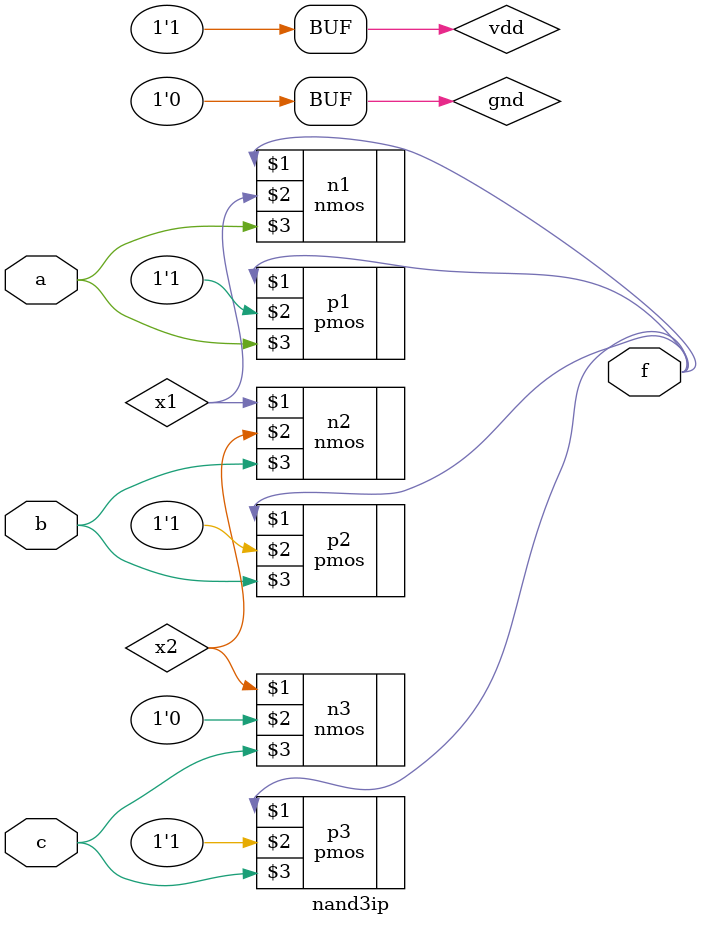
<source format=v>
module nand3ip (a,b,c,f);
    input a,b,c;
    output f;
    wire x1,x2;
    supply1 vdd;
    supply0 gnd;
    pmos p1(f,vdd,a);
    pmos p2(f,vdd,b);
    pmos p3(f,vdd,c);
    nmos n1(f,x1,a);
    nmos n2(x1,x2,b);
    nmos n3(x2,gnd,c);

endmodule
</source>
